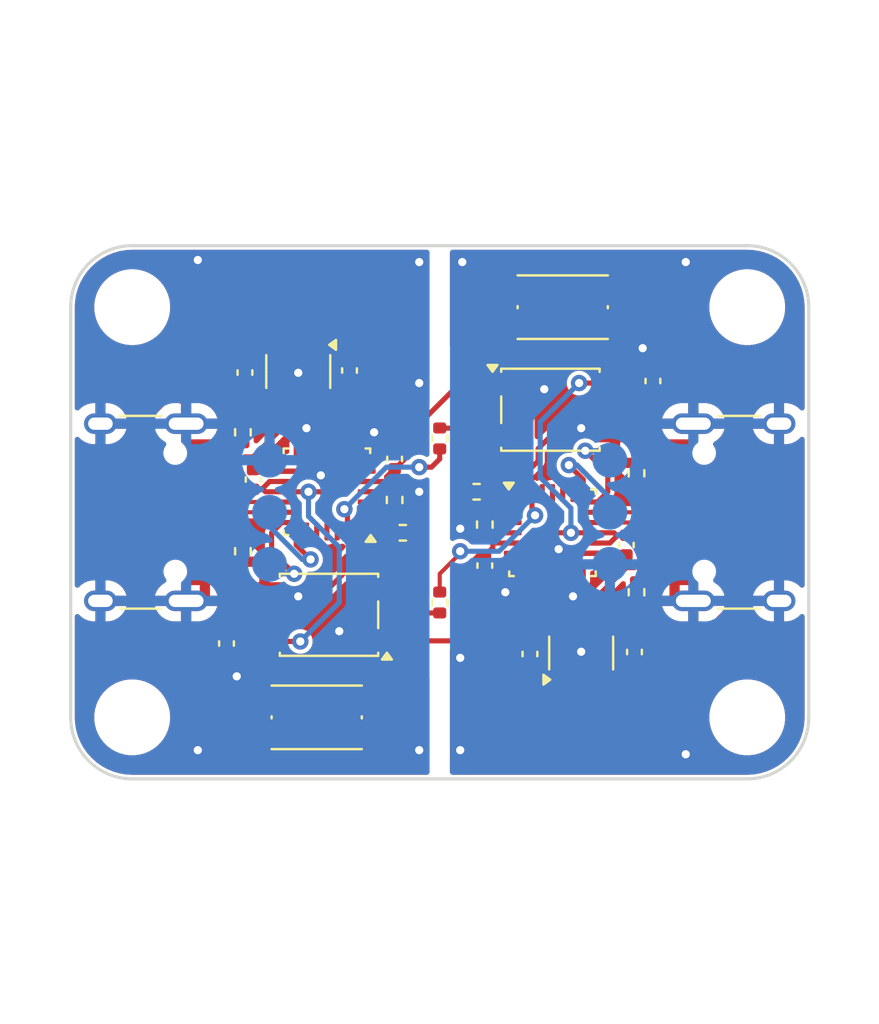
<source format=kicad_pcb>
(kicad_pcb (version 20241229) (generator "pcbnew") (generator_version "9.0")
  (layers (0 "F.Cu" signal) (2 "B.Cu" signal) (13 "F.Paste" user) (15 "B.Paste" user) (5 "F.SilkS" user "F.Silkscreen") (7 "B.SilkS" user "B.Silkscreen") (1 "F.Mask" user) (3 "B.Mask" user) (25 "Edge.Cuts" user))
  (net 0 "")
  (net 1 "/stm32_usb/VUSB")
  (net 2 "/stm32_usb1/VUSB")
  (net 3 "Net-(J1-CC2)")
  (net 6 "Net-(J1-CC1)")
  (net 7 "/stm32_usb/SWDIO")
  (net 8 "/stm32_usb/SWDCLK")
  (net 11 "Net-(J4-CC1)")
  (net 12 "Net-(J4-CC2)")
  (net 13 "/stm32_usb1/SWDCLK")
  (net 14 "/stm32_usb1/SWDIO")
  (net 15 "Net-(SW1-B)")
  (net 16 "Net-(SW2-B)")
  (net 17 "/stm32_usb/D-")
  (net 18 "/stm32_usb/D+")
  (net 19 "/stm32_usb/A5")
  (net 20 "/stm32_usb/A2")
  (net 21 "/stm32_usb/A6")
  (net 22 "/stm32_usb/A0")
  (net 23 "/stm32_usb/A3")
  (net 24 "/stm32_usb/A4")
  (net 25 "/stm32_usb/A7")
  (net 26 "/stm32_usb/A1")
  (net 27 "/stm32_usb1/D+")
  (net 28 "/stm32_usb1/D-")
  (net 29 "/stm32_usb1/A3")
  (net 30 "/stm32_usb1/A5")
  (net 31 "/stm32_usb1/A0")
  (net 32 "/stm32_usb1/A7")
  (net 33 "/stm32_usb1/A4")
  (net 34 "/stm32_usb1/A1")
  (net 35 "/stm32_usb1/A6")
  (net 36 "/stm32_usb1/A2")
  (net 38 "/stm32_usb/3V3")
  (net 39 "/stm32_usb/GND")
  (net 40 "/stm32_usb/RX+")
  (net 41 "/stm32_usb1/GND")
  (net 42 "Net-(U2-NRST)")
  (net 43 "/stm32_usb/RX-")
  (net 44 "Net-(U3-K)")
  (net 45 "Net-(U6-NRST)")
  (net 46 "Net-(U7-K)")
  (net 47 "/stm32_usb/TX")
  (net 56 "/stm32_usb/RX")
  (net 60 "/stm32_usb1/RX")
  (footprint "Resistor_SMD:R_0402_1005Metric" (layer "F.Cu") (at 15 4.4 90)
    (property "Reference" "R5" (hide yes))
    (property "Value" "330R")
  )
  (footprint "Library:USB_C_Receptacle_HRO_TYPE-C-31-M-12" (layer "F.Cu") (at 30.5 0 90)
    (property "Reference" "J4" (hide yes))
    (property "Value" "USB_C_Receptacle_USB2.0")
  )
  (footprint "Resistor_SMD:R_0402_1005Metric" (layer "F.Cu") (at 24.6 3.9 90)
    (property "Reference" "R6" (hide yes))
    (property "Value" "5.1k")
  )
  (footprint "Resistor_SMD:R_0402_1005Metric" (layer "F.Cu") (at 15 -3.6 -90)
    (property "Reference" "R10" (hide yes))
    (property "Value" "330R")
  )
  (footprint "Button_Switch_SMD:SW_Push_1P1T_NO_CK_KMR2" (layer "F.Cu") (at 9 10 180)
    (property "Reference" "SW1" (hide yes))
    (property "Value" "SW_SPST")
  )
  (footprint "Package_DFN_QFN:QFN-28_4x4mm_P0.5mm" (layer "F.Cu") (at 20.5 1)
    (property "Reference" "U6" (hide yes))
    (property "Value" "STM32F042G6Ux")
  )
  (footprint "MountingHole:MountingHole_3.2mm_M3_DIN965" (layer "F.Cu") (at 30 10)
    (property "Reference" "H4" (hide yes))
    (property "Value" "MountingHole")
  )
  (footprint "MountingHole:MountingHole_3.2mm_M3_DIN965" (layer "F.Cu") (at 0 -10)
    (property "Reference" "H1" (hide yes))
    (property "Value" "MountingHole")
  )
  (footprint "Capacitor_SMD:C_0402_1005Metric" (layer "F.Cu") (at 24.5 6.8125 90)
    (property "Reference" "C8" (hide yes))
    (property "Value" "1uF")
  )
  (footprint "Package_SO:SO-5_4.4x3.6mm_P1.27mm" (layer "F.Cu") (at 20.4 -5)
    (property "Reference" "U7" (hide yes))
    (property "Value" "TLP2361")
  )
  (footprint "Capacitor_SMD:C_0402_1005Metric" (layer "F.Cu") (at 10.6 -6.9125 90)
    (property "Reference" "C5" (hide yes))
    (property "Value" "1uF")
  )
  (footprint "Package_SO:SO-5_4.4x3.6mm_P1.27mm" (layer "F.Cu") (at 9.6 5 180)
    (property "Reference" "U3" (hide yes))
    (property "Value" "TLP2361")
  )
  (footprint "Resistor_SMD:R_0402_1005Metric" (layer "F.Cu") (at 24.599999 -1.9 -90)
    (property "Reference" "R7" (hide yes))
    (property "Value" "5.1k")
  )
  (footprint "Resistor_SMD:R_0402_1005Metric" (layer "F.Cu") (at 17.2 0.6 90)
    (property "Reference" "R8" (hide yes))
    (property "Value" "5.1k")
  )
  (footprint "MountingHole:MountingHole_3.2mm_M3_DIN965" (layer "F.Cu") (at 30 -10)
    (property "Reference" "H3" (hide yes))
    (property "Value" "MountingHole")
  )
  (footprint "Capacitor_SMD:C_0402_1005Metric" (layer "F.Cu") (at 4.6 6.4 90)
    (property "Reference" "C4" (hide yes))
    (property "Value" "1uF")
  )
  (footprint "MountingHole:MountingHole_3.2mm_M3_DIN965" (layer "F.Cu") (at 0 10)
    (property "Reference" "H2" (hide yes))
    (property "Value" "MountingHole")
  )
  (footprint "Capacitor_SMD:C_0402_1005Metric" (layer "F.Cu") (at 5.9 -1.6 90)
    (property "Reference" "C1" (hide yes))
    (property "Value" "1uF")
  )
  (footprint "Capacitor_SMD:C_0402_1005Metric" (layer "F.Cu") (at 25.4 -6.4 -90)
    (property "Reference" "C6" (hide yes))
    (property "Value" "1uF")
  )
  (footprint "Resistor_SMD:R_0402_1005Metric" (layer "F.Cu") (at 13.2 1)
    (property "Reference" "R4" (hide yes))
    (property "Value" "5.1k")
  )
  (footprint "Capacitor_SMD:C_0402_1005Metric" (layer "F.Cu") (at 5.5 -6.8125 -90)
    (property "Reference" "C3" (hide yes))
    (property "Value" "1uF")
  )
  (footprint "Button_Switch_SMD:SW_Push_1P1T_NO_CK_KMR2" (layer "F.Cu") (at 21 -10)
    (property "Reference" "SW2" (hide yes))
    (property "Value" "SW_SPST")
  )
  (footprint "Capacitor_SMD:C_0402_1005Metric" (layer "F.Cu") (at 24.1 1.6 -90)
    (property "Reference" "C10" (hide yes))
    (property "Value" "1uF")
  )
  (footprint "Capacitor_SMD:C_0402_1005Metric" (layer "F.Cu") (at 17.2 2.6 -90)
    (property "Reference" "C9" (hide yes))
    (property "Value" "1uF")
  )
  (footprint "Package_TO_SOT_SMD:SOT-23-5" (layer "F.Cu") (at 21.9 6.8625 90)
    (property "Reference" "U8" (hide yes))
    (property "Value" "AP2112K-3.3")
  )
  (footprint "Library:USB_C_Receptacle_HRO_TYPE-C-31-M-12" (layer "F.Cu") (at -0.5 0 -90)
    (property "Reference" "J1" (hide yes))
    (property "Value" "USB_C_Receptacle_USB2.0")
  )
  (footprint "Package_DFN_QFN:QFN-28_4x4mm_P0.5mm" (layer "F.Cu") (at 9.5 -1 180)
    (property "Reference" "U2" (hide yes))
    (property "Value" "STM32F042G6Ux" (hide yes))
  )
  (footprint "Capacitor_SMD:C_0402_1005Metric" (layer "F.Cu") (at 19.4 6.9125 -90)
    (property "Reference" "C7" (hide yes))
    (property "Value" "1uF")
  )
  (footprint "Resistor_SMD:R_0402_1005Metric" (layer "F.Cu") (at 16.8 -1 180)
    (property "Reference" "R9" (hide yes))
    (property "Value" "5.1k")
  )
  (footprint "Resistor_SMD:R_0402_1005Metric" (layer "F.Cu") (at 5.4 -3.9 -90)
    (property "Reference" "R1" (hide yes))
    (property "Value" "5.1k")
  )
  (footprint "Resistor_SMD:R_0402_1005Metric" (layer "F.Cu") (at 5.4 1.9 90)
    (property "Reference" "R2" (hide yes))
    (property "Value" "5.1k")
  )
  (footprint "Resistor_SMD:R_0402_1005Metric" (layer "F.Cu") (at 12.8 -0.6 -90)
    (property "Reference" "R3" (hide yes))
    (property "Value" "5.1k")
  )
  (footprint "Capacitor_SMD:C_0402_1005Metric" (layer "F.Cu") (at 12.8 -2.6 90)
    (property "Reference" "C2" (hide yes))
    (property "Value" "1uF")
  )
  (footprint "Package_TO_SOT_SMD:SOT-23-5" (layer "F.Cu") (at 8.1 -6.8625 -90)
    (property "Reference" "U4" (hide yes))
    (property "Value" "AP2112K-3.3")
  )
  (footprint "Library:SWDHeader" (layer "B.Cu") (at 6.7 2.54)
    (property "Reference" "J3" (hide yes))
    (property "Value" "~" (hide yes))
  )
  (footprint "Library:SWDHeader" (layer "B.Cu") (at 23.3 -2.54 180)
    (property "Reference" "J6" (hide yes))
    (property "Value" "~" (hide yes))
  )
  (gr_line (start 15 13) (end 0 13) (stroke (width 0.15)) (layer "Edge.Cuts"))
  (gr_line (start 32.999999 -10) (end 33 10) (stroke (width 0.15)) (layer "Edge.Cuts"))
  (gr_line (start 30 13) (end 15 13) (stroke (width 0.15)) (layer "Edge.Cuts"))
  (gr_line (start 15 -13) (end 30 -13) (stroke (width 0.15)) (layer "Edge.Cuts"))
  (gr_arc (start 0 13) (mid -2.12132 12.12132) (end -3 10) (stroke (width 0.15)) (layer "Edge.Cuts"))
  (gr_arc (start 30 -13) (mid 32.12132 -12.12132) (end 33 -10) (stroke (width 0.15)) (layer "Edge.Cuts"))
  (gr_arc (start -3 -10) (mid -2.12132 -12.12132) (end 0 -13) (stroke (width 0.15)) (layer "Edge.Cuts"))
  (gr_line (start 15 -13) (end 0 -13) (stroke (width 0.15)) (layer "Edge.Cuts"))
  (gr_arc (start 33 10) (mid 32.12132 12.12132) (end 30 13) (stroke (width 0.15)) (layer "Edge.Cuts"))
  (gr_line (start -2.999999 10) (end -2.999999 -10) (stroke (width 0.15)) (layer "Edge.Cuts"))
  (segment (start 3.4925 -7.2925) (end 1 -4.8) (width 0.25) (layer "F.Cu") (net 1))
  (segment (start 9.049999 -8.750001) (end 9.049999 -8) (width 0.25) (layer "F.Cu") (net 1))
  (segment (start 6.1925 -7.2925) (end 5.5 -7.2925) (width 0.25) (layer "F.Cu") (net 1))
  (segment (start 7.150001 -8) (end 7.150001 -8.650001) (width 0.25) (layer "F.Cu") (net 1))
  (segment (start 1 -2.3) (end 1 -4.8) (width 0.25) (layer "F.Cu") (net 1))
  (segment (start 1 0.6) (end 1 -2.3) (width 0.25) (layer "F.Cu") (net 1))
  (segment (start 7.150001 -8.650001) (end 7.6 -9.1) (width 0.25) (layer "F.Cu") (net 1))
  (segment (start 2.850001 2.450001) (end 1 0.6) (width 0.25) (layer "F.Cu") (net 1))
  (segment (start 3.545 2.450001) (end 2.850001 2.450001) (width 0.25) (layer "F.Cu") (net 1))
  (segment (start 3.545 -2.450001) (end 2.650001 -2.450001) (width 0.25) (layer "F.Cu") (net 1))
  (segment (start 7.150001 -8) (end 6.9 -8) (width 0.25) (layer "F.Cu") (net 1))
  (segment (start 2 -1.8) (end 1.5 -1.8) (width 0.25) (layer "F.Cu") (net 1))
  (segment (start 5.5 -7.2925) (end 3.4925 -7.2925) (width 0.25) (layer "F.Cu") (net 1))
  (segment (start 2.650001 -2.450001) (end 2 -1.8) (width 0.25) (layer "F.Cu") (net 1))
  (segment (start 8.7 -9.1) (end 9.049999 -8.750001) (width 0.25) (layer "F.Cu") (net 1))
  (segment (start 7.6 -9.1) (end 8.7 -9.1) (width 0.25) (layer "F.Cu") (net 1))
  (segment (start 1.5 -1.8) (end 1 -2.3) (width 0.25) (layer "F.Cu") (net 1))
  (segment (start 6.9 -8) (end 6.1925 -7.2925) (width 0.25) (layer "F.Cu") (net 1))
  (segment (start 23.8075 7.2925) (end 24.5 7.2925) (width 0.25) (layer "F.Cu") (net 2))
  (segment (start 28.5 1.8) (end 29 2.3) (width 0.25) (layer "F.Cu") (net 2))
  (segment (start 26.455 -2.450001) (end 27.149999 -2.450002) (width 0.25) (layer "F.Cu") (net 2))
  (segment (start 26.455 2.450002) (end 27.349999 2.450001) (width 0.25) (layer "F.Cu") (net 2))
  (segment (start 27.999999 1.8) (end 28.5 1.8) (width 0.25) (layer "F.Cu") (net 2))
  (segment (start 27.349999 2.450001) (end 27.999999 1.8) (width 0.25) (layer "F.Cu") (net 2))
  (segment (start 20.950001 8.75) (end 20.95 8) (width 0.25) (layer "F.Cu") (net 2))
  (segment (start 22.849999 8) (end 22.849999 8.650001) (width 0.25) (layer "F.Cu") (net 2))
  (segment (start 29 -0.6) (end 29 2.3) (width 0.25) (layer "F.Cu") (net 2))
  (segment (start 29 2.3) (end 29 4.8) (width 0.25) (layer "F.Cu") (net 2))
  (segment (start 24.5 7.2925) (end 26.507501 7.2925) (width 0.25) (layer "F.Cu") (net 2))
  (segment (start 26.507501 7.2925) (end 29 4.8) (width 0.25) (layer "F.Cu") (net 2))
  (segment (start 22.4 9.1) (end 21.300001 9.1) (width 0.25) (layer "F.Cu") (net 2))
  (segment (start 22.849999 8.650001) (end 22.4 9.1) (width 0.25) (layer "F.Cu") (net 2))
  (segment (start 27.149999 -2.450002) (end 29 -0.6) (width 0.25) (layer "F.Cu") (net 2))
  (segment (start 22.849999 8) (end 23.1 8) (width 0.25) (layer "F.Cu") (net 2))
  (segment (start 23.1 8) (end 23.8075 7.2925) (width 0.25) (layer "F.Cu") (net 2))
  (segment (start 21.300001 9.1) (end 20.950001 8.75) (width 0.25) (layer "F.Cu") (net 2))
  (segment (start 4.45 1.75) (end 4.809999 1.390001) (width 0.25) (layer "F.Cu") (net 3))
  (segment (start 4.809999 1.390001) (end 5.4 1.390001) (width 0.25) (layer "F.Cu") (net 3))
  (segment (start 3.545 1.75) (end 4.45 1.75) (width 0.25) (layer "F.Cu") (net 3))
  (segment (start 4.7 -1.5) (end 4.45 -1.25) (width 0.25) (layer "F.Cu") (net 6))
  (segment (start 5.4 -3.390001) (end 5.4 -3.3) (width 0.25) (layer "F.Cu") (net 6))
  (segment (start 5.4 -3.3) (end 4.7 -2.6) (width 0.25) (layer "F.Cu") (net 6))
  (segment (start 4.7 -2.6) (end 4.7 -1.5) (width 0.25) (layer "F.Cu") (net 6))
  (segment (start 4.45 -1.25) (end 3.544999 -1.25) (width 0.25) (layer "F.Cu") (net 6))
  (segment (start 7.3 0.5) (end 6.8 1) (width 0.25) (layer "F.Cu") (net 7))
  (segment (start 6.8 1) (end 6.8 1.9) (width 0.25) (layer "F.Cu") (net 7))
  (segment (start 6.8 1.9) (end 7.9 3) (width 0.25) (layer "F.Cu") (net 7))
  (segment (start 7.5025 0.5) (end 7.3 0.5) (width 0.25) (layer "F.Cu") (net 7))
  (via (at 7.9 3) (size 0.8) (drill 0.4) (layers "F.Cu" "B.Cu") (net 7))
  (segment (start 7.9 3) (end 7.16 3) (width 0.25) (layer "B.Cu") (net 7))
  (segment (start 7.16 3) (end 6.7 2.54) (width 0.25) (layer "B.Cu") (net 7))
  (segment (start 8 1.6) (end 8 0.9975) (width 0.25) (layer "F.Cu") (net 8))
  (segment (start 8.7 2.3) (end 8 1.6) (width 0.25) (layer "F.Cu") (net 8))
  (via (at 8.7 2.3) (size 0.8) (drill 0.4) (layers "F.Cu" "B.Cu") (net 8))
  (segment (start 8.7 2.3) (end 8.3 2.3) (width 0.25) (layer "B.Cu") (net 8))
  (segment (start 6.8 0.1) (end 6.7 0) (width 0.25) (layer "B.Cu") (net 8))
  (segment (start 6.8 0.8) (end 6.8 0.1) (width 0.25) (layer "B.Cu") (net 8))
  (segment (start 8.3 2.3) (end 6.8 0.8) (width 0.25) (layer "B.Cu") (net 8))
  (segment (start 25.3 2.6) (end 25.3 1.5) (width 0.25) (layer "F.Cu") (net 11))
  (segment (start 24.6 3.3) (end 25.3 2.6) (width 0.25) (layer "F.Cu") (net 11))
  (segment (start 25.55 1.25) (end 26.455001 1.25) (width 0.25) (layer "F.Cu") (net 11))
  (segment (start 24.6 3.390001) (end 24.6 3.3) (width 0.25) (layer "F.Cu") (net 11))
  (segment (start 25.3 1.5) (end 25.55 1.25) (width 0.25) (layer "F.Cu") (net 11))
  (segment (start 25.55 -1.75) (end 25.190001 -1.390001) (width 0.25) (layer "F.Cu") (net 12))
  (segment (start 26.455 -1.750001) (end 25.55 -1.75) (width 0.25) (layer "F.Cu") (net 12))
  (segment (start 25.190001 -1.390001) (end 24.6 -1.390001) (width 0.25) (layer "F.Cu") (net 12))
  (segment (start 22 -1.6) (end 22 -0.9975) (width 0.25) (layer "F.Cu") (net 13))
  (segment (start 21.3 -2.3) (end 22 -1.6) (width 0.25) (layer "F.Cu") (net 13))
  (via (at 21.3 -2.3) (size 0.8) (drill 0.4) (layers "F.Cu" "B.Cu") (net 13))
  (segment (start 23.2 -0.800001) (end 23.2 -0.1) (width 0.25) (layer "B.Cu") (net 13))
  (segment (start 21.7 -2.3) (end 23.2 -0.800001) (width 0.25) (layer "B.Cu") (net 13))
  (segment (start 23.2 -0.1) (end 23.3 0) (width 0.25) (layer "B.Cu") (net 13))
  (segment (start 21.3 -2.3) (end 21.7 -2.3) (width 0.25) (layer "B.Cu") (net 13))
  (segment (start 23.2 -1) (end 23.2 -1.9) (width 0.25) (layer "F.Cu") (net 14))
  (segment (start 22.7 -0.5) (end 23.2 -1) (width 0.25) (layer "F.Cu") (net 14))
  (segment (start 23.2 -1.9) (end 22.1 -3) (width 0.25) (layer "F.Cu") (net 14))
  (segment (start 22.4975 -0.5) (end 22.7 -0.5) (width 0.25) (layer "F.Cu") (net 14))
  (via (at 22.1 -3) (size 0.8) (drill 0.4) (layers "F.Cu" "B.Cu") (net 14))
  (segment (start 22.1 -3) (end 22.84 -3) (width 0.25) (layer "B.Cu") (net 14))
  (segment (start 22.84 -3) (end 23.3 -2.54) (width 0.25) (layer "B.Cu") (net 14))
  (segment (start 11.4975 0.5) (end 11.4975 1.8025) (width 0.25) (layer "F.Cu") (net 15))
  (segment (start 11.4975 1.8025) (end 10.9 2.4) (width 0.25) (layer "F.Cu") (net 15))
  (segment (start 10.9 2.4) (end 10.9 9.050001) (width 0.25) (layer "F.Cu") (net 15))
  (segment (start 12.69 1) (end 12.6 1) (width 0.25) (layer "F.Cu") (net 15))
  (segment (start 6.950001 9.2) (end 11.049999 9.2) (width 0.25) (layer "F.Cu") (net 15))
  (segment (start 10.9 9.050001) (end 11.049999 9.2) (width 0.25) (layer "F.Cu") (net 15))
  (segment (start 12.6 1) (end 12.1 0.5) (width 0.25) (layer "F.Cu") (net 15))
  (segment (start 12.1 0.5) (end 11.4975 0.5) (width 0.25) (layer "F.Cu") (net 15))
  (segment (start 17.31 -1.090001) (end 17.9 -0.500001) (width 0.25) (layer "F.Cu") (net 16))
  (segment (start 19.3 -2.7) (end 19.3 -8.850001) (width 0.25) (layer "F.Cu") (net 16))
  (segment (start 19.3 -8.850001) (end 18.950001 -9.2) (width 0.25) (layer "F.Cu") (net 16))
  (segment (start 17.31 -1.1) (end 17.31 -1.090001) (width 0.25) (layer "F.Cu") (net 16))
  (segment (start 18.5025 -1.9025) (end 19.3 -2.7) (width 0.25) (layer "F.Cu") (net 16))
  (segment (start 18.5025 -0.5) (end 18.5025 -1.9025) (width 0.25) (layer "F.Cu") (net 16))
  (segment (start 17.9 -0.500001) (end 18.5025 -0.5) (width 0.25) (layer "F.Cu") (net 16))
  (segment (start 23.049999 -9.2) (end 18.950001 -9.2) (width 0.25) (layer "F.Cu") (net 16))
  (segment (start 5.2 -0.5) (end 4.95 -0.75) (width 0.2) (layer "F.Cu") (net 17))
  (segment (start 2.4 -0.6) (end 2.4 0) (width 0.2) (layer "F.Cu") (net 17))
  (segment (start 3.545 -0.75) (end 2.55 -0.75) (width 0.2) (layer "F.Cu") (net 17))
  (segment (start 2.4 0) (end 2.65 0.25) (width 0.2) (layer "F.Cu") (net 17))
  (segment (start 7.5625 -0.5) (end 5.2 -0.5) (width 0.2) (layer "F.Cu") (net 17))
  (segment (start 4.95 -0.75) (end 3.545 -0.75) (width 0.2) (layer "F.Cu") (net 17))
  (segment (start 2.65 0.25) (end 3.545 0.25) (width 0.2) (layer "F.Cu") (net 17))
  (segment (start 2.55 -0.75) (end 2.4 -0.6) (width 0.2) (layer "F.Cu") (net 17))
  (segment (start 5 0.4) (end 5 0) (width 0.2) (layer "F.Cu") (net 18))
  (segment (start 3.545 -0.25) (end 4.75 -0.25) (width 0.2) (layer "F.Cu") (net 18))
  (segment (start 3.545 0.75) (end 4.65 0.75) (width 0.2) (layer "F.Cu") (net 18))
  (segment (start 5 0) (end 7.5625 0) (width 0.2) (layer "F.Cu") (net 18))
  (segment (start 4.65 0.75) (end 5 0.4) (width 0.2) (layer "F.Cu") (net 18))
  (segment (start 4.75 -0.25) (end 5 0) (width 0.2) (layer "F.Cu") (net 18))
  (segment (start 25.25 0.25) (end 25 0) (width 0.2) (layer "F.Cu") (net 27))
  (segment (start 26.455 -0.75) (end 25.35 -0.75) (width 0.2) (layer "F.Cu") (net 27))
  (segment (start 25 -0.4) (end 25 0) (width 0.2) (layer "F.Cu") (net 27))
  (segment (start 26.455 0.25) (end 25.25 0.25) (width 0.2) (layer "F.Cu") (net 27))
  (segment (start 25.35 -0.75) (end 25 -0.4) (width 0.2) (layer "F.Cu") (net 27))
  (segment (start 25 0) (end 22.4375 0) (width 0.2) (layer "F.Cu") (net 27))
  (segment (start 25.05 0.749999) (end 26.455 0.749999) (width 0.2) (layer "F.Cu") (net 28))
  (segment (start 22.4375 0.5) (end 24.8 0.5) (width 0.2) (layer "F.Cu") (net 28))
  (segment (start 27.45 0.75) (end 27.6 0.6) (width 0.2) (layer "F.Cu") (net 28))
  (segment (start 26.455 0.749999) (end 27.45 0.75) (width 0.2) (layer "F.Cu") (net 28))
  (segment (start 27.6 0.6) (end 27.6 0) (width 0.2) (layer "F.Cu") (net 28))
  (segment (start 27.6 0) (end 27.35 -0.25) (width 0.2) (layer "F.Cu") (net 28))
  (segment (start 27.35 -0.25) (end 26.455 -0.249999) (width 0.2) (layer "F.Cu") (net 28))
  (segment (start 24.8 0.5) (end 25.05 0.749999) (width 0.2) (layer "F.Cu") (net 28))
  (segment (start 12.409999 -1.729999) (end 12.8 -2.12) (width 0.25) (layer "F.Cu") (net 38))
  (segment (start 6.950001 10.8) (end 6.5 10.8) (width 0.25) (layer "F.Cu") (net 38))
  (segment (start 4.62 6.9) (end 5.82 6.9) (width 0.25) (layer "F.Cu") (net 38))
  (segment (start 17.25 -6.27) (end 15.97 -6.27) (width 0.25) (layer "F.Cu") (net 38))
  (segment (start 11.4375 -1.5) (end 12.409999 -1.5) (width 0.25) (layer "F.Cu") (net 38))
  (segment (start 11.4375 -1.5) (end 10.5 -1.5) (width 0.25) (layer "F.Cu") (net 38))
  (segment (start 10.5 -1.5) (end 10 -1) (width 0.25) (layer "F.Cu") (net 38))
  (segment (start 10.6 -6.4325) (end 10.6 -6.3) (width 0.25) (layer "F.Cu") (net 38))
  (segment (start 6.48 6.3) (end 6.45 6.27) (width 0.25) (layer "F.Cu") (net 38))
  (segment (start 5.9 8.6) (end 6.4 8.1) (width 0.25) (layer "F.Cu") (net 38))
  (segment (start 9.124999 -5.8) (end 9.049999 -5.725) (width 0.25) (layer "F.Cu") (net 38))
  (segment (start 11.049999 10.8) (end 6.950001 10.8) (width 0.25) (layer "F.Cu") (net 38))
  (segment (start 6.4 6.32) (end 6.45 6.27) (width 0.25) (layer "F.Cu") (net 38))
  (segment (start 13.5 -2.8) (end 12.82 -2.12) (width 0.25) (layer "F.Cu") (net 38))
  (segment (start 5.218198 -1.381802) (end 5.218198 -2.418198) (width 0.25) (layer "F.Cu") (net 38))
  (segment (start 12.82 -2.12) (end 12.8 -2.12) (width 0.25) (layer "F.Cu") (net 38))
  (segment (start 6.4 8.1) (end 6.4 6.32) (width 0.25) (layer "F.Cu") (net 38))
  (segment (start 5.9 10.2) (end 5.9 8.6) (width 0.25) (layer "F.Cu") (net 38))
  (segment (start 10.6 -6.3) (end 10.1 -5.8) (width 0.25) (layer "F.Cu") (net 38))
  (segment (start 6.35 -1.15) (end 5.93 -1.15) (width 0.25) (layer "F.Cu") (net 38))
  (segment (start 5.48 -1.12) (end 5.218198 -1.381802) (width 0.25) (layer "F.Cu") (net 38))
  (segment (start 5.9 -2.7) (end 8.925 -5.725) (width 0.25) (layer "F.Cu") (net 38))
  (segment (start 5.82 6.9) (end 6.45 6.27) (width 0.25) (layer "F.Cu") (net 38))
  (segment (start 6.7 -1.5) (end 7.5625 -1.5) (width 0.25) (layer "F.Cu") (net 38))
  (segment (start 7.562501 -1) (end 8.6 -1) (width 0.25) (layer "F.Cu") (net 38))
  (segment (start 6.5 -1) (end 6.35 -1.15) (width 0.25) (layer "F.Cu") (net 38))
  (segment (start 15.97 -6.27) (end 13.5 -3.8) (width 0.25) (layer "F.Cu") (net 38))
  (segment (start 10 -1) (end 8.6 -1) (width 0.25) (layer "F.Cu") (net 38))
  (segment (start 5.9 -1.12) (end 5.48 -1.12) (width 0.25) (layer "F.Cu") (net 38))
  (segment (start 8.2 6.3) (end 6.48 6.3) (width 0.25) (layer "F.Cu") (net 38))
  (segment (start 6.35 -1.15) (end 6.7 -1.5) (width 0.25) (layer "F.Cu") (net 38))
  (segment (start 4.6 6.88) (end 4.62 6.9) (width 0.25) (layer "F.Cu") (net 38))
  (segment (start 6.5 10.8) (end 5.9 10.2) (width 0.25) (layer "F.Cu") (net 38))
  (segment (start 5.218198 -2.418198) (end 5.5 -2.7) (width 0.25) (layer "F.Cu") (net 38))
  (segment (start 7.562501 -1) (end 6.5 -1) (width 0.25) (layer "F.Cu") (net 38))
  (segment (start 8.925 -5.725) (end 9.049999 -5.725) (width 0.25) (layer "F.Cu") (net 38))
  (segment (start 13.5 -3.8) (end 13.5 -2.8) (width 0.25) (layer "F.Cu") (net 38))
  (segment (start 5.93 -1.15) (end 5.9 -1.12) (width 0.25) (layer "F.Cu") (net 38))
  (segment (start 12.409999 -1.5) (end 12.409999 -1.729999) (width 0.25) (layer "F.Cu") (net 38))
  (segment (start 5.5 -2.7) (end 5.9 -2.7) (width 0.25) (layer "F.Cu") (net 38))
  (segment (start 10.1 -5.8) (end 9.124999 -5.8) (width 0.25) (layer "F.Cu") (net 38))
  (segment (start 12.409999 -1.5) (end 12.8 -1.109999) (width 0.25) (layer "F.Cu") (net 38))
  (via (at 8.2 6.3) (size 0.8) (drill 0.4) (layers "F.Cu" "B.Cu") (net 38))
  (via (at 8.6 -1) (size 0.8) (drill 0.4) (layers "F.Cu" "B.Cu") (net 38))
  (segment (start 10.1 1.7) (end 10.1 3.4) (width 0.25) (layer "B.Cu") (net 38))
  (segment (start 10.1 4.4) (end 8.2 6.3) (width 0.25) (layer "B.Cu") (net 38))
  (segment (start 8.6 -1) (end 8.6 0.2) (width 0.25) (layer "B.Cu") (net 38))
  (segment (start 9.8 1.4) (end 10.1 1.7) (width 0.25) (layer "B.Cu") (net 38))
  (segment (start 8.6 0.2) (end 9.8 1.4) (width 0.25) (layer "B.Cu") (net 38))
  (segment (start 10.1 3.4) (end 10.1 4.4) (width 0.25) (layer "B.Cu") (net 38))
  (segment (start 9 -2) (end 9.2 -1.8) (width 0.25) (layer "F.Cu") (net 39))
  (segment (start 3.545 3.25) (end 4.35 3.25) (width 0.25) (layer "F.Cu") (net 39))
  (segment (start 3.545 -3.25) (end 4.35 -3.25) (width 0.25) (layer "F.Cu") (net 39))
  (segment (start 2.75 -3.25) (end 2.6 -3.4) (width 0.25) (layer "F.Cu") (net 39))
  (segment (start 13.71 -0.71) (end 13.71 1) (width 0.25) (layer "F.Cu") (net 39))
  (segment (start 6.42 3.7) (end 6.45 3.73) (width 0.25) (layer "F.Cu") (net 39))
  (segment (start 6.4 2.6) (end 6.5 2.6) (width 0.25) (layer "F.Cu") (net 39))
  (segment (start 6.6 -2) (end 7.5625 -2) (width 0.25) (layer "F.Cu") (net 39))
  (segment (start 6.52 -2.08) (end 6.6 -2) (width 0.25) (layer "F.Cu") (net 39))
  (segment (start 2.95 3.25) (end 3.545 3.25) (width 0.25) (layer "F.Cu") (net 39))
  (segment (start 4.8 3.7) (end 6.42 3.7) (width 0.25) (layer "F.Cu") (net 39))
  (segment (start 5.9 -2.08) (end 6.52 -2.08) (width 0.25) (layer "F.Cu") (net 39))
  (segment (start 4.35 3.25) (end 4.8 3.7) (width 0.25) (layer "F.Cu") (net 39))
  (segment (start 5.4 2.409999) (end 6.190001 2.409999) (width 0.25) (layer "F.Cu") (net 39))
  (segment (start 2.63 3.57) (end 2.95 3.25) (width 0.25) (layer "F.Cu") (net 39))
  (segment (start 4.35 -3.25) (end 4.6 -3.5) (width 0.25) (layer "F.Cu") (net 39))
  (segment (start 2.6 -3.4) (end 2.6 -4.29) (width 0.25) (layer "F.Cu") (net 39))
  (segment (start 4.809999 -4.409999) (end 5.4 -4.409999) (width 0.25) (layer "F.Cu") (net 39))
  (segment (start 6.190001 2.409999) (end 6.2 2.4) (width 0.25) (layer "F.Cu") (net 39))
  (segment (start 6.2 2.4) (end 6.4 2.6) (width 0.25) (layer "F.Cu") (net 39))
  (segment (start 14 -1) (end 13.71 -0.71) (width 0.25) (layer "F.Cu") (net 39))
  (segment (start 2.6 -4.29) (end 2.63 -4.32) (width 0.25) (layer "F.Cu") (net 39))
  (segment (start 8.1 -8) (end 8.1 -6.8) (width 0.25) (layer "F.Cu") (net 39))
  (segment (start 4.6 -4.2) (end 4.809999 -4.409999) (width 0.25) (layer "F.Cu") (net 39))
  (segment (start 6.5 2.6) (end 6.5 3.68) (width 0.25) (layer "F.Cu") (net 39))
  (segment (start 2.63 4.32) (end 2.63 3.57) (width 0.25) (layer "F.Cu") (net 39))
  (segment (start 6.5 3.68) (end 6.45 3.73) (width 0.25) (layer "F.Cu") (net 39))
  (segment (start 3.545 -3.25) (end 2.75 -3.25) (width 0.25) (layer "F.Cu") (net 39))
  (segment (start 7.5625 -2) (end 9 -2) (width 0.25) (layer "F.Cu") (net 39))
  (segment (start 4.6 -3.5) (end 4.6 -4.2) (width 0.25) (layer "F.Cu") (net 39))
  (via (at 14 -6.3) (size 0.8) (drill 0.4) (layers "F.Cu" "B.Cu") (net 39))
  (via (at 8.1 -6.8) (size 0.8) (drill 0.4) (layers "F.Cu" "B.Cu") (net 39))
  (via (at 10.1 5.8) (size 0.8) (drill 0.4) (layers "F.Cu" "B.Cu") (net 39))
  (via (at 3.2 -12.3) (size 0.8) (drill 0.4) (layers "F.Cu" "B.Cu") (net 39))
  (via (at 3.2 11.6) (size 0.8) (drill 0.4) (layers "F.Cu" "B.Cu") (net 39))
  (via (at 8.5 -4.1) (size 0.8) (drill 0.4) (layers "F.Cu" "B.Cu") (net 39))
  (via (at 14 -1) (size 0.8) (drill 0.4) (layers "F.Cu" "B.Cu") (net 39))
  (via (at 11.8 -3.9) (size 0.8) (drill 0.4) (layers "F.Cu" "B.Cu") (net 39))
  (via (at 8.1 4.1) (size 0.8) (drill 0.4) (layers "F.Cu" "B.Cu") (net 39))
  (via (at 14 -12.2) (size 0.8) (drill 0.4) (layers "F.Cu" "B.Cu") (net 39))
  (via (at 9.2 -1.8) (size 0.8) (drill 0.4) (layers "F.Cu" "B.Cu") (net 39))
  (via (at 5.1 8) (size 0.8) (drill 0.4) (layers "F.Cu" "B.Cu") (net 39))
  (via (at 14 11.6) (size 0.8) (drill 0.4) (layers "F.Cu" "B.Cu") (net 39))
  (segment (start 24.07 1.15) (end 24.1 1.119999) (width 0.25) (layer "F.Cu") (net 40))
  (segment (start 17.590002 1.5) (end 17.590001 1.729999) (width 0.25) (layer "F.Cu") (net 40))
  (segment (start 17.590001 1.729999) (end 17.2 2.12) (width 0.25) (layer "F.Cu") (net 40))
  (segment (start 23.5 1.000001) (end 23.65 1.150001) (width 0.25) (layer "F.Cu") (net 40))
  (segment (start 23.600001 -8.1) (end 23.600001 -6.32) (width 0.25) (layer "F.Cu") (net 40))
  (segment (start 23.600001 -6.32) (end 23.55 -6.27) (width 0.25) (layer "F.Cu") (net 40))
  (segment (start 17.590002 1.5) (end 17.2 1.109999) (width 0.25) (layer "F.Cu") (net 40))
  (segment (start 24.1 2.7) (end 21.075 5.725) (width 0.25) (layer "F.Cu") (net 40))
  (segment (start 22.437499 1) (end 21.4 1) (width 0.25) (layer "F.Cu") (net 40))
  (segment (start 18.5625 1.5) (end 19.5 1.5) (width 0.25) (layer "F.Cu") (net 40))
  (segment (start 15.63 6.27) (end 16.5 5.4) (width 0.25) (layer "F.Cu") (net 40))
  (segment (start 12.75 6.27) (end 15.63 6.27) (width 0.25) (layer "F.Cu") (net 40))
  (segment (start 24.1 -10.199999) (end 24.100001 -8.6) (width 0.25) (layer "F.Cu") (net 40))
  (segment (start 20.875001 5.800001) (end 20.950001 5.725001) (width 0.25) (layer "F.Cu") (net 40))
  (segment (start 23.65 1.150001) (end 24.07 1.15) (width 0.25) (layer "F.Cu") (net 40))
  (segment (start 23.300001 1.5) (end 22.4375 1.5) (width 0.25) (layer "F.Cu") (net 40))
  (segment (start 25.38 -6.9) (end 24.180001 -6.9) (width 0.25) (layer "F.Cu") (net 40))
  (segment (start 25.4 -6.88) (end 25.38 -6.9) (width 0.25) (layer "F.Cu") (net 40))
  (segment (start 19.4 6.4325) (end 19.4 6.3) (width 0.25) (layer "F.Cu") (net 40))
  (segment (start 23.52 -6.3) (end 23.55 -6.27) (width 0.25) (layer "F.Cu") (net 40))
  (segment (start 19.4 6.3) (end 19.9 5.800001) (width 0.25) (layer "F.Cu") (net 40))
  (segment (start 21.075 5.725) (end 20.950001 5.725001) (width 0.25) (layer "F.Cu") (net 40))
  (segment (start 16.88 2.12) (end 17.2 2.12) (width 0.25) (layer "F.Cu") (net 40))
  (segment (start 18.950001 -10.8) (end 23.049999 -10.8) (width 0.25) (layer "F.Cu") (net 40))
  (segment (start 24.781802 2.418198) (end 24.5 2.7) (width 0.25) (layer "F.Cu") (net 40))
  (segment (start 19.9 5.800001) (end 20.875001 5.800001) (width 0.25) (layer "F.Cu") (net 40))
  (segment (start 24.1 1.119999) (end 24.519999 1.12) (width 0.25) (layer "F.Cu") (net 40))
  (segment (start 23.049999 -10.8) (end 23.5 -10.799999) (width 0.25) (layer "F.Cu") (net 40))
  (segment (start 20 1) (end 21.4 1) (width 0.25) (layer "F.Cu") (net 40))
  (segment (start 24.781802 1.381802) (end 24.781802 2.418198) (width 0.25) (layer "F.Cu") (net 40))
  (segment (start 16.5 5.4) (end 16.5 2.5) (width 0.25) (layer "F.Cu") (net 40))
  (segment (start 16.5 2.5) (end 16.88 2.12) (width 0.25) (layer "F.Cu") (net 40))
  (segment (start 23.5 -10.799999) (end 24.1 -10.199999) (width 0.25) (layer "F.Cu") (net 40))
  (segment (start 23.65 1.150001) (end 23.300001 1.5) (width 0.25) (layer "F.Cu") (net 40))
  (segment (start 19.5 1.5) (end 20 1) (width 0.25) (layer "F.Cu") (net 40))
  (segment (start 24.100001 -8.6) (end 23.600001 -8.1) (width 0.25) (layer "F.Cu") (net 40))
  (segment (start 24.5 2.7) (end 24.1 2.7) (width 0.25) (layer "F.Cu") (net 40))
  (segment (start 18.5625 1.5) (end 17.590002 1.5) (width 0.25) (layer "F.Cu") (net 40))
  (segment (start 22.437499 1) (end 23.5 1.000001) (width 0.25) (layer "F.Cu") (net 40))
  (segment (start 21.8 -6.299999) (end 23.52 -6.3) (width 0.25) (layer "F.Cu") (net 40))
  (segment (start 24.180001 -6.9) (end 23.55 -6.27) (width 0.25) (layer "F.Cu") (net 40))
  (segment (start 24.519999 1.12) (end 24.781802 1.381802) (width 0.25) (layer "F.Cu") (net 40))
  (via (at 21.8 -6.299999) (size 0.8) (drill 0.4) (layers "F.Cu" "B.Cu") (net 40))
  (via (at 21.4 1) (size 0.8) (drill 0.4) (layers "F.Cu" "B.Cu") (net 40))
  (segment (start 21.4 -0.2) (end 20.2 -1.4) (width 0.25) (layer "B.Cu") (net 40))
  (segment (start 19.900001 -4.4) (end 21.8 -6.299999) (width 0.25) (layer "B.Cu") (net 40))
  (segment (start 19.9 -3.4) (end 19.900001 -4.4) (width 0.25) (layer "B.Cu") (net 40))
  (segment (start 21.4 1) (end 21.4 -0.2) (width 0.25) (layer "B.Cu") (net 40))
  (segment (start 20.2 -1.4) (end 19.9 -1.7) (width 0.25) (layer "B.Cu") (net 40))
  (segment (start 19.9 -1.7) (end 19.9 -3.4) (width 0.25) (layer "B.Cu") (net 40))
  (segment (start 23.4 2) (end 22.4375 1.999999) (width 0.25) (layer "F.Cu") (net 41))
  (segment (start 24.1 2.08) (end 23.48 2.08) (width 0.25) (layer "F.Cu") (net 41))
  (segment (start 21 1.999999) (end 20.800001 1.8) (width 0.25) (layer "F.Cu") (net 41))
  (segment (start 25.65 3.25) (end 25.4 3.5) (width 0.25) (layer "F.Cu") (net 41))
  (segment (start 23.8 -2.399999) (end 23.6 -2.6) (width 0.25) (layer "F.Cu") (net 41))
  (segment (start 25.65 -3.25) (end 25.2 -3.7) (width 0.25) (layer "F.Cu") (net 41))
  (segment (start 16.290001 -1) (end 16.290001 -0.6) (width 0.25) (layer "F.Cu") (net 41))
  (segment (start 27.4 3.399999) (end 27.399999 4.29) (width 0.25) (layer "F.Cu") (net 41))
  (segment (start 24.6 -2.409999) (end 23.809999 -2.409999) (width 0.25) (layer "F.Cu") (net 41))
  (segment (start 25.4 4.2) (end 25.190001 4.409999) (width 0.25) (layer "F.Cu") (net 41))
  (segment (start 22.4375 1.999999) (end 21 1.999999) (width 0.25) (layer "F.Cu") (net 41))
  (segment (start 23.48 2.08) (end 23.4 2) (width 0.25) (layer "F.Cu") (net 41))
  (segment (start 23.58 -3.7) (end 23.55 -3.73) (width 0.25) (layer "F.Cu") (net 41))
  (segment (start 23.6 -2.6) (end 23.5 -2.6) (width 0.25) (layer "F.Cu") (net 41))
  (segment (start 23.5 -3.68) (end 23.55 -3.73) (width 0.25) (layer "F.Cu") (net 41))
  (segment (start 27.05 -3.25) (end 26.455 -3.25) (width 0.25) (layer "F.Cu") (net 41))
  (segment (start 27.37 -4.32) (end 27.37 -3.57) (width 0.25) (layer "F.Cu") (net 41))
  (segment (start 25.4 3.5) (end 25.4 4.2) (width 0.25) (layer "F.Cu") (net 41))
  (segment (start 26.455 3.25) (end 25.65 3.25) (width 0.25) (layer "F.Cu") (net 41))
  (segment (start 16 0.8) (end 16.290001 0.509999) (width 0.25) (layer "F.Cu") (net 41))
  (segment (start 26.455 3.25) (end 27.25 3.25) (width 0.25) (layer "F.Cu") (net 41))
  (segment (start 25.190001 4.409999) (end 24.599999 4.409999) (width 0.25) (layer "F.Cu") (net 41))
  (segment (start 27.25 3.25) (end 27.4 3.399999) (width 0.25) (layer "F.Cu") (net 41))
  (segment (start 23.809999 -2.409999) (end 23.8 -2.399999) (width 0.25) (layer "F.Cu") (net 41))
  (segment (start 16.290001 0.509999) (end 16.290001 -0.6) (width 0.25) (layer "F.Cu") (net 41))
  (segment (start 26.455 -3.25) (end 25.65 -3.25) (width 0.25) (layer "F.Cu") (net 41))
  (segment (start 23.5 -2.6) (end 23.5 -3.68) (width 0.25) (layer "F.Cu") (net 41))
  (segment (start 21.9 8) (end 21.9 6.8) (width 0.25) (layer "F.Cu") (net 41))
  (segment (start 25.2 -3.7) (end 23.58 -3.7) (width 0.25) (layer "F.Cu") (net 41))
  (segment (start 27.37 -3.57) (end 27.05 -3.25) (width 0.25) (layer "F.Cu") (net 41))
  (segment (start 27.399999 4.29) (end 27.37 4.32) (width 0.25) (layer "F.Cu") (net 41))
  (via (at 24.9 -8) (size 0.8) (drill 0.4) (layers "F.Cu" "B.Cu") (net 41))
  (via (at 20.1 -6) (size 0.8) (drill 0.4) (layers "F.Cu" "B.Cu") (net 41))
  (via (at 21.9 -4.1) (size 0.8) (drill 0.4) (layers "F.Cu" "B.Cu") (net 41))
  (via (at 16.1 -12.2) (size 0.8) (drill 0.4) (layers "F.Cu" "B.Cu") (net 41))
  (via (at 27 -12.2) (size 0.8) (drill 0.4) (layers "F.Cu" "B.Cu") (net 41))
  (via (at 20.800001 1.8) (size 0.8) (drill 0.4) (layers "F.Cu" "B.Cu") (net 41))
  (via (at 16 0.8) (size 0.8) (drill 0.4) (layers "F.Cu" "B.Cu") (net 41))
  (via (at 16 11.6) (size 0.8) (drill 0.4) (layers "F.Cu" "B.Cu") (net 41))
  (via (at 16 7.1) (size 0.8) (drill 0.4) (layers "F.Cu" "B.Cu") (net 41))
  (via (at 21.5 4.1) (size 0.8) (drill 0.4) (layers "F.Cu" "B.Cu") (net 41))
  (via (at 27 11.8) (size 0.8) (drill 0.4) (layers "F.Cu" "B.Cu") (net 41))
  (via (at 21.9 6.8) (size 0.8) (drill 0.4) (layers "F.Cu" "B.Cu") (net 41))
  (via (at 18.2 3.9) (size 0.8) (drill 0.4) (layers "F.Cu" "B.Cu") (net 41))
  (segment (start 11.92474 -1) (end 12.3 -0.62474) (width 0.25) (layer "F.Cu") (net 42))
  (segment (start 12.609999 -0.090001) (end 12.8 -0.090001) (width 0.25) (layer "F.Cu") (net 42))
  (segment (start 12.3 -0.4) (end 12.609999 -0.090001) (width 0.25) (layer "F.Cu") (net 42))
  (segment (start 11.437499 -1) (end 11.92474 -1) (width 0.25) (layer "F.Cu") (net 42))
  (segment (start 12.3 -0.62474) (end 12.3 -0.4) (width 0.25) (layer "F.Cu") (net 42))
  (segment (start 19.5 0) (end 19.5 -0.9375) (width 0.25) (layer "F.Cu") (net 43))
  (segment (start 15 3) (end 15 3.890001) (width 0.2) (layer "F.Cu") (net 43))
  (segment (start 16 1.9) (end 16 2) (width 0.2) (layer "F.Cu") (net 43))
  (segment (start 19.65 0.15) (end 19.5 0) (width 0.25) (layer "F.Cu") (net 43))
  (segment (start 16 2) (end 15 3) (width 0.2) (layer "F.Cu") (net 43))
  (via (at 16 1.9) (size 0.8) (drill 0.4) (layers "F.Cu" "B.Cu") (net 43))
  (via (at 19.65 0.15) (size 0.8) (drill 0.4) (layers "F.Cu" "B.Cu") (net 43))
  (segment (start 17.9 1.9) (end 19.65 0.15) (width 0.25) (layer "B.Cu") (net 43))
  (segment (start 16 1.9) (end 17.9 1.9) (width 0.25) (layer "B.Cu") (net 43))
  (segment (start 15 4.909999) (end 13.929999 4.909999) (width 0.25) (layer "F.Cu") (net 44))
  (segment (start 13.929999 4.909999) (end 12.75 3.73) (width 0.25) (layer "F.Cu") (net 44))
  (segment (start 17.390001 0.090001) (end 17.2 0.090001) (width 0.25) (layer "F.Cu") (net 45))
  (segment (start 18.07526 1) (end 17.7 0.62474) (width 0.25) (layer "F.Cu") (net 45))
  (segment (start 17.7 0.62474) (end 17.7 0.4) (width 0.25) (layer "F.Cu") (net 45))
  (segment (start 17.7 0.4) (end 17.390001 0.090001) (width 0.25) (layer "F.Cu") (net 45))
  (segment (start 18.562501 1.000001) (end 18.07526 1) (width 0.25) (layer "F.Cu") (net 45))
  (segment (start 15.009999 -4.1) (end 15 -4.109999) (width 0.25) (layer "F.Cu") (net 46))
  (segment (start 16.07 -3.73) (end 15.7 -4.1) (width 0.25) (layer "F.Cu") (net 46))
  (segment (start 17.25 -3.73) (end 16.07 -3.73) (width 0.25) (layer "F.Cu") (net 46))
  (segment (start 15.7 -4.1) (end 15.009999 -4.1) (width 0.25) (layer "F.Cu") (net 46))
  (segment (start 14 -2.2) (end 14.6 -2.2) (width 0.25) (layer "F.Cu") (net 47))
  (segment (start 15 -2.6) (end 15 -3.090001) (width 0.25) (layer "F.Cu") (net 47))
  (segment (start 10.5 0) (end 10.5 0.9375) (width 0.25) (layer "F.Cu") (net 47))
  (segment (start 10.35 -0.15) (end 10.5 0) (width 0.25) (layer "F.Cu") (net 47))
  (segment (start 14.6 -2.2) (end 15 -2.6) (width 0.25) (layer "F.Cu") (net 47))
  (via (at 10.35 -0.15) (size 0.8) (drill 0.4) (layers "F.Cu" "B.Cu") (net 47))
  (via (at 14 -2.2) (size 0.8) (drill 0.4) (layers "F.Cu" "B.Cu") (net 47))
  (segment (start 14 -2.2) (end 12.4 -2.2) (width 0.25) (layer "B.Cu") (net 47))
  (segment (start 12.4 -2.2) (end 10.35 -0.15) (width 0.25) (layer "B.Cu") (net 47))
  (segment (start 10.35 2.95) (end 8.3 5) (width 0.25) (layer "F.Cu") (net 56))
  (segment (start 11 1.6) (end 10.35 2.25) (width 0.25) (layer "F.Cu") (net 56))
  (segment (start 11 0.9975) (end 11 1.6) (width 0.25) (layer "F.Cu") (net 56))
  (segment (start 8.3 5) (end 6.450001 5) (width 0.25) (layer "F.Cu") (net 56))
  (segment (start 10.35 2.25) (end 10.35 2.95) (width 0.25) (layer "F.Cu") (net 56))
  (segment (start 21.7 -5) (end 23.549999 -5.000001) (width 0.25) (layer "F.Cu") (net 60))
  (segment (start 19.8 -2.5) (end 19.8 -3.1) (width 0.25) (layer "F.Cu") (net 60))
  (segment (start 19.8 -3.1) (end 21.7 -5) (width 0.25) (layer "F.Cu") (net 60))
  (segment (start 19 -1.7) (end 19.8 -2.5) (width 0.25) (layer "F.Cu") (net 60))
  (segment (start 19 -0.9975) (end 19 -1.7) (width 0.25) (layer "F.Cu") (net 60))
  (zone (net 0) (net_name "") (layer "F.Cu") (name "side A") (connect_pads (clearance 0)) (min_thickness 0.25)
    (keepout (tracks allowed) (vias allowed) (pads allowed) (copperpour not_allowed) (footprints allowed))
    (fill (thermal_gap 0.5) (thermal_bridge_width 0.5))
    (polygon (pts (xy 15 -8) (xy 19 -8) (xy 19 2.2) (xy 15 2.2)))
  )
  (zone (net 0) (net_name "") (layer "F.Cu") (name "side A") (connect_pads (clearance 0)) (min_thickness 0.25)
    (keepout (tracks allowed) (vias allowed) (pads allowed) (copperpour not_allowed) (footprints allowed))
    (fill (thermal_gap 0.5) (thermal_bridge_width 0.5))
    (polygon (pts (xy 15 -2.3) (xy 11 -2.3) (xy 11 8) (xy 15 8)))
  )
  (zone (net 41) (net_name "/stm32_usb1/GND") (layers "F.Cu" "B.Cu") (connect_pads (clearance 0)) (min_thickness 0.25) (fill yes (thermal_gap 0.5) (thermal_bridge_width 0.5))
    (polygon (pts (xy 15.5 14) (xy 15.5 -14) (xy 34 -14) (xy 34 14)))
  )
  (zone (net 39) (net_name "/stm32_usb/GND") (layers "F.Cu" "B.Cu") (connect_pads (clearance 0)) (min_thickness 0.25) (fill yes (thermal_gap 0.5) (thermal_bridge_width 0.5))
    (polygon (pts (xy 14.5 -14) (xy 14.5 14) (xy -4 14) (xy -4 -14)))
  )
)
</source>
